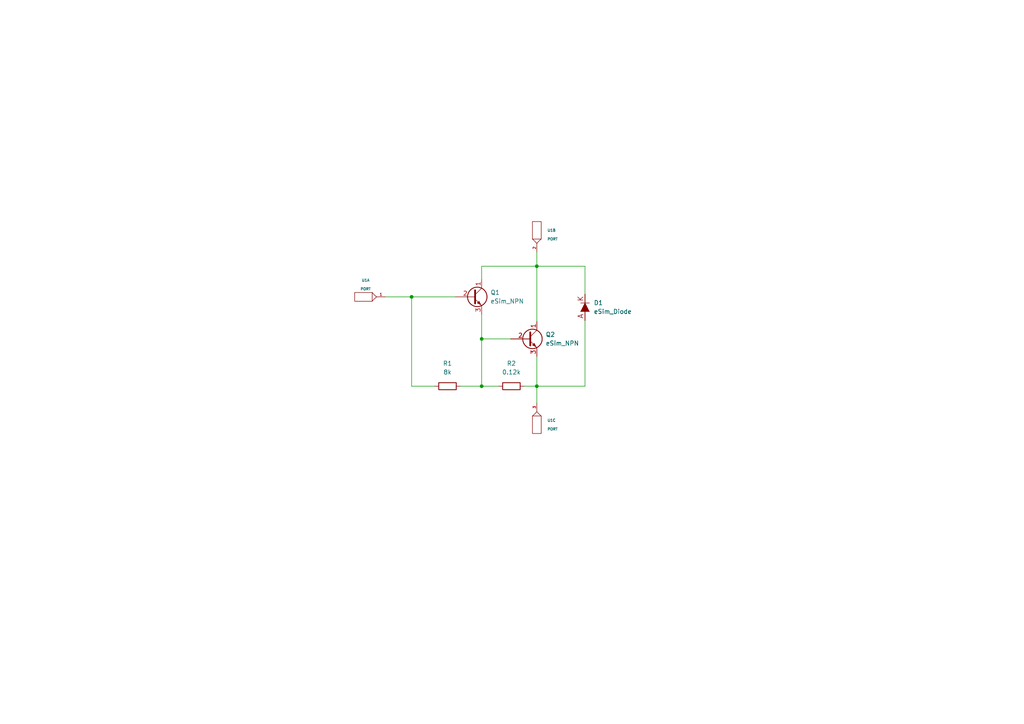
<source format=kicad_sch>
(kicad_sch (version 20211123) (generator eeschema)
  (paper "A4")
  (lib_symbols
    (symbol "eSim_Devices:eSim_Diode" (pin_numbers hide) (pin_names (offset 1.016) hide)
      (property "Reference" "D" (at 0 2.54 0))
      (property "Value" "eSim_Diode" (at 0 -2.54 0))
      (symbol "eSim_Diode_0_0"
        (text "A" (at -2.54 1.27 0) (effects (font (size 1.524 1.524))))
        (text "K" (at 2.54 1.27 0) (effects (font (size 1.524 1.524))))
      )
      (symbol "eSim_Diode_0_1"
        (polyline (pts (xy 1.27 1.27) (xy 1.27 -1.27)) (stroke (width 0.1524)))
        (polyline (pts (xy -1.27 1.27) (xy 1.27 0) (xy -1.27 -1.27)) (fill (type outline)))
      )
      (symbol "eSim_Diode_1_1"
        (pin passive line (at -3.81 0 0) (length 2.54) (name "A") (number "1"))
        (pin passive line (at 3.81 0 180) (length 2.54) (name "K") (number "2"))
      )
    )
    (symbol "eSim_Devices:eSim_NPN" (pin_names (offset 0) hide)
      (property "Reference" "Q" (at -2.54 1.27 0))
      (property "Value" "eSim_NPN" (at -1.27 3.81 0))
      (symbol "eSim_NPN_0_1"
        (polyline (pts (xy 0.635 0.635) (xy 2.54 2.54)))
        (polyline (pts (xy 0.635 -0.635) (xy 2.54 -2.54) (xy 2.54 -2.54)))
        (polyline (pts (xy 0.635 1.905) (xy 0.635 -1.905) (xy 0.635 -1.905)) (stroke (width 0.508)))
        (polyline (pts (xy 1.27 -1.778) (xy 1.778 -1.27) (xy 2.286 -2.286) (xy 1.27 -1.778) (xy 1.27 -1.778)) (fill (type outline)))
        (circle (center 1.27 0) (radius 2.8194) (stroke (width 0.254)))
      )
      (symbol "eSim_NPN_1_1"
        (pin passive line (at 2.54 5.08 270) (length 2.54) (name "C") (number "1"))
        (pin passive line (at -5.08 0 0) (length 5.715) (name "B") (number "2"))
        (pin passive line (at 2.54 -5.08 90) (length 2.54) (name "E") (number "3"))
      )
    )
    (symbol "eSim_Devices:resistor" (pin_numbers hide) (pin_names (offset 0))
      (property "Reference" "R" (at 1.27 3.302 0))
      (property "Value" "resistor" (at 1.27 -1.27 0))
      (symbol "resistor_0_1"
        (rectangle (start 3.81 0.254) (end -1.27 2.286) (stroke (width 0.254)))
      )
      (symbol "resistor_1_1"
        (pin passive line (at -2.54 1.27 0) (length 1.27) (name "~") (number "1"))
        (pin passive line (at 5.08 1.27 180) (length 1.27) (name "~") (number "2"))
      )
    )
    (symbol "eSim_Miscellaneous:PORT" (pin_names (offset 1.016))
      (property "Reference" "U" (at 1.27 2.54 0))
      (property "Value" "PORT" (at 0 0 0))
      (symbol "PORT_0_1"
        (rectangle (start -2.54 1.27) (end 2.54 -1.27))
        (arc (start 2.54 1.27) (mid 3.1355 0.5955) (end 3.81 0))
        (arc (start 3.81 0) (mid 3.1447 -0.6046) (end 2.54 -1.27))
      )
      (symbol "PORT_1_1"
        (pin bidirectional line (at 6.35 0 180) (length 2.54) (name "~") (number "1"))
      )
      (symbol "PORT_2_1"
        (pin bidirectional line (at 6.35 0 180) (length 2.54) (name "~") (number "2"))
      )
      (symbol "PORT_3_1"
        (pin bidirectional line (at 6.35 0 180) (length 2.54) (name "~") (number "3"))
      )
      (symbol "PORT_4_1"
        (pin bidirectional line (at 6.35 0 180) (length 2.54) (name "~") (number "4"))
      )
      (symbol "PORT_5_1"
        (pin bidirectional line (at 6.35 0 180) (length 2.54) (name "~") (number "5"))
      )
      (symbol "PORT_6_1"
        (pin bidirectional line (at 6.35 0 180) (length 2.54) (name "~") (number "6"))
      )
      (symbol "PORT_7_1"
        (pin bidirectional line (at 6.35 0 180) (length 2.54) (name "~") (number "7"))
      )
      (symbol "PORT_8_1"
        (pin bidirectional line (at 6.35 0 180) (length 2.54) (name "~") (number "8"))
      )
      (symbol "PORT_9_1"
        (pin bidirectional line (at 6.35 0 180) (length 2.54) (name "~") (number "9"))
      )
      (symbol "PORT_10_1"
        (pin bidirectional line (at 6.35 0 180) (length 2.54) (name "~") (number "10"))
      )
      (symbol "PORT_11_1"
        (pin bidirectional line (at 6.35 0 180) (length 2.54) (name "~") (number "11"))
      )
      (symbol "PORT_12_1"
        (pin bidirectional line (at 6.35 0 180) (length 2.54) (name "~") (number "12"))
      )
      (symbol "PORT_13_1"
        (pin bidirectional line (at 6.35 0 180) (length 2.54) (name "~") (number "13"))
      )
      (symbol "PORT_14_1"
        (pin bidirectional line (at 6.35 0 180) (length 2.54) (name "~") (number "14"))
      )
      (symbol "PORT_15_1"
        (pin bidirectional line (at 6.35 0 180) (length 2.54) (name "~") (number "15"))
      )
      (symbol "PORT_16_1"
        (pin bidirectional line (at 6.35 0 180) (length 2.54) (name "~") (number "16"))
      )
      (symbol "PORT_17_1"
        (pin bidirectional line (at 6.35 0 180) (length 2.54) (name "~") (number "17"))
      )
      (symbol "PORT_18_1"
        (pin bidirectional line (at 6.35 0 180) (length 2.54) (name "~") (number "18"))
      )
      (symbol "PORT_19_1"
        (pin bidirectional line (at 6.35 0 180) (length 2.54) (name "~") (number "19"))
      )
      (symbol "PORT_20_1"
        (pin bidirectional line (at 6.35 0 180) (length 2.54) (name "~") (number "20"))
      )
      (symbol "PORT_21_1"
        (pin bidirectional line (at 6.35 0 180) (length 2.54) (name "~") (number "21"))
      )
      (symbol "PORT_22_1"
        (pin bidirectional line (at 6.35 0 180) (length 2.54) (name "~") (number "22"))
      )
      (symbol "PORT_23_1"
        (pin bidirectional line (at 6.35 0 180) (length 2.54) (name "~") (number "23"))
      )
      (symbol "PORT_24_1"
        (pin bidirectional line (at 6.35 0 180) (length 2.54) (name "~") (number "24"))
      )
      (symbol "PORT_25_1"
        (pin bidirectional line (at 6.35 0 180) (length 2.54) (name "~") (number "25"))
      )
      (symbol "PORT_26_1"
        (pin bidirectional line (at 6.35 0 180) (length 2.54) (name "~") (number "26"))
      )
    )
  )
  (junction (at 139.7 98.298))
  (junction (at 155.702 77.216))
  (junction (at 119.38 86.106))
  (junction (at 155.702 112.014))
  (junction (at 139.7 112.014))
  (wire (pts (xy 139.7 98.298) (xy 148.082 98.298)))
  (wire (pts (xy 155.702 103.378) (xy 155.702 112.014)))
  (wire (pts (xy 155.702 112.014) (xy 169.672 112.014)))
  (wire (pts (xy 139.7 77.216) (xy 155.702 77.216)))
  (wire (pts (xy 119.38 112.014) (xy 125.984 112.014)))
  (wire (pts (xy 155.702 93.218) (xy 155.702 77.216)))
  (wire (pts (xy 169.672 77.216) (xy 169.672 85.344)))
  (wire (pts (xy 133.604 112.014) (xy 139.7 112.014)))
  (wire (pts (xy 155.702 73.152) (xy 155.702 77.216)))
  (wire (pts (xy 119.38 86.106) (xy 119.38 112.014)))
  (wire (pts (xy 139.7 112.014) (xy 144.526 112.014)))
  (wire (pts (xy 111.76 86.106) (xy 119.38 86.106)))
  (wire (pts (xy 139.7 81.026) (xy 139.7 77.216)))
  (wire (pts (xy 169.672 92.964) (xy 169.672 112.014)))
  (wire (pts (xy 155.702 77.216) (xy 169.672 77.216)))
  (wire (pts (xy 139.7 98.298) (xy 139.7 112.014)))
  (wire (pts (xy 132.08 86.106) (xy 119.38 86.106)))
  (wire (pts (xy 155.702 112.014) (xy 155.702 116.84)))
  (wire (pts (xy 139.7 91.186) (xy 139.7 98.298)))
  (wire (pts (xy 152.146 112.014) (xy 155.702 112.014)))
  (symbol (lib_id "eSim_Miscellaneous:PORT") (at 155.702 123.19 90) (unit 3)
    (property "Reference" "U1" (at 158.75 121.92 90) (effects (font (size 0.762 0.762)) (justify right)))
    (property "Value" "PORT" (at 158.75 124.46 90) (effects (font (size 0.762 0.762)) (justify right)))
  )
  (symbol (lib_id "eSim_Miscellaneous:PORT") (at 155.702 66.802 270) (unit 2)
    (property "Reference" "U1" (at 158.75 66.802 90) (effects (font (size 0.762 0.762)) (justify left)))
    (property "Value" "PORT" (at 158.75 69.342 90) (effects (font (size 0.762 0.762)) (justify left)))
  )
  (symbol (lib_id "eSim_Devices:resistor") (at 147.066 113.284 0) (unit 1)
    (property "Reference" "R2" (at 148.336 105.41 0))
    (property "Value" "0.12k" (at 148.336 107.95 0))
  )
  (symbol (lib_id "eSim_Devices:eSim_Diode") (at 169.672 89.154 90) (unit 1)
    (property "Reference" "D1" (at 172.212 87.8294 90) (effects (justify right)))
    (property "Value" "eSim_Diode" (at 172.212 90.3694 90) (effects (justify right)))
  )
  (symbol (lib_id "eSim_Devices:eSim_NPN") (at 153.162 98.298 0) (unit 1)
    (property "Reference" "Q2" (at 158.242 97.0279 0) (effects (justify left)))
    (property "Value" "eSim_NPN" (at 158.242 99.5679 0) (effects (justify left)))
  )
  (symbol (lib_id "eSim_Miscellaneous:PORT") (at 105.41 86.106 0) (unit 1)
    (property "Reference" "U1" (at 106.045 81.28 0) (effects (font (size 0.762 0.762))))
    (property "Value" "PORT" (at 106.045 83.82 0) (effects (font (size 0.762 0.762))))
  )
  (symbol (lib_id "eSim_Devices:resistor") (at 128.524 113.284 0) (unit 1)
    (property "Reference" "R1" (at 129.794 105.41 0))
    (property "Value" "8k" (at 129.794 107.95 0))
  )
  (symbol (lib_id "eSim_Devices:eSim_NPN") (at 137.16 86.106 0) (unit 1)
    (property "Reference" "Q1" (at 142.24 84.8359 0) (effects (justify left)))
    (property "Value" "eSim_NPN" (at 142.24 87.3759 0) (effects (justify left)))
  )
)
</source>
